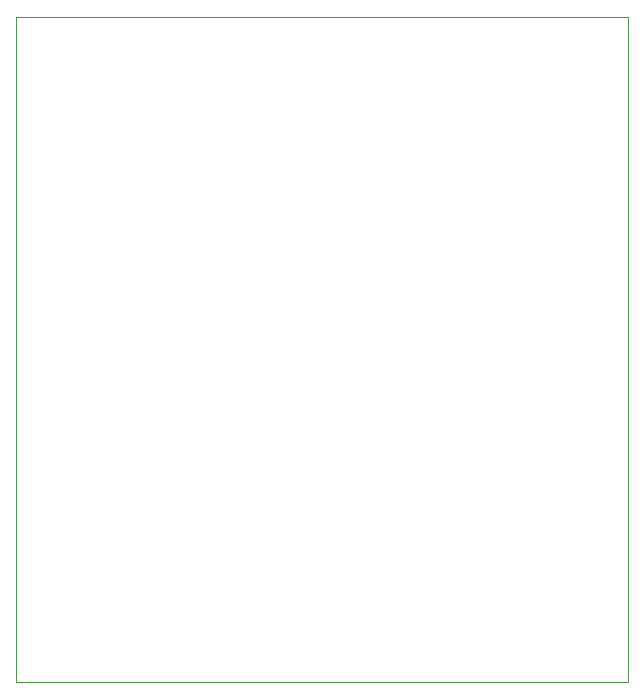
<source format=gbr>
%TF.GenerationSoftware,KiCad,Pcbnew,(7.0.0-0)*%
%TF.CreationDate,2023-03-23T20:34:07-04:00*%
%TF.ProjectId,EE5143_7Digit_FPGA,45453531-3433-45f3-9744-696769745f46,rev?*%
%TF.SameCoordinates,Original*%
%TF.FileFunction,Profile,NP*%
%FSLAX46Y46*%
G04 Gerber Fmt 4.6, Leading zero omitted, Abs format (unit mm)*
G04 Created by KiCad (PCBNEW (7.0.0-0)) date 2023-03-23 20:34:07*
%MOMM*%
%LPD*%
G01*
G04 APERTURE LIST*
%TA.AperFunction,Profile*%
%ADD10C,0.100000*%
%TD*%
G04 APERTURE END LIST*
D10*
X92329000Y-28321000D02*
X144145000Y-28321000D01*
X144145000Y-28321000D02*
X144145000Y-84582000D01*
X144145000Y-84582000D02*
X92329000Y-84582000D01*
X92329000Y-84582000D02*
X92329000Y-28321000D01*
M02*

</source>
